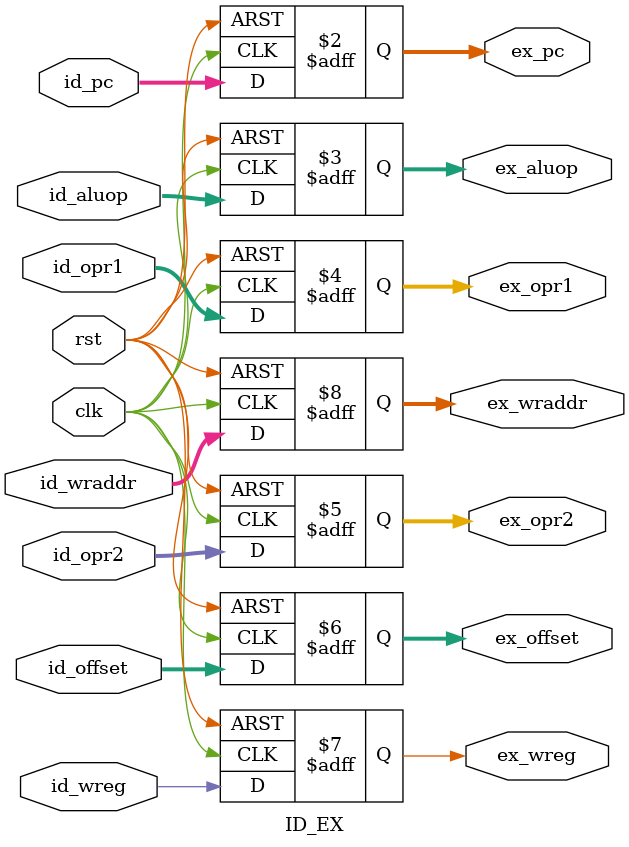
<source format=v>
module ID_EX
(
    input  wire         clk,
    input  wire         rst,

    input  wire [31: 0] id_pc,
    input  wire [ 3: 0] id_aluop,
    input  wire [31: 0] id_opr1, // ÊäÈëÔ´²Ù×÷Êý1
    input  wire [31: 0] id_opr2,
    input  wire [31: 0] id_offset,
    input  wire         id_wreg, // ÊäÈëÐ´Ê¹ÄÜ
    input  wire [ 4: 0] id_wraddr, // ÊäÈëÒªÐ´ÈëµÄ¼Ä´æÆ÷µØÖ·

    output reg  [31: 0] ex_pc,
    output reg  [ 3: 0] ex_aluop,   // alu type, to EX seg
    output reg  [31: 0] ex_opr1,    // operator 1, to EX seg
    output reg  [31: 0] ex_opr2,    // operator 2, to EX seg
    output reg  [31: 0] ex_offset,
    output reg          ex_wreg,    // reg write enable signal, to EX seg
    output reg  [ 4: 0] ex_wraddr
);

    always @(posedge clk, posedge rst) begin
        if(rst) begin
            ex_pc      <= 32'b0;
            ex_aluop   <= 4'h0;
            ex_opr1    <= 32'b0;
            ex_opr2    <= 32'b0;
            ex_offset  <= 32'b0;
            ex_wreg    <= 1'b0;
            ex_wraddr  <= 5'b0;
        end
        else begin
            ex_pc      <= id_pc;
            ex_aluop   <= id_aluop;
            ex_opr1    <= id_opr1;
            ex_opr2    <= id_opr2;
            ex_offset  <= id_offset;
            ex_wreg    <= id_wreg;
            ex_wraddr  <= id_wraddr;
        end
    end

endmodule
</source>
